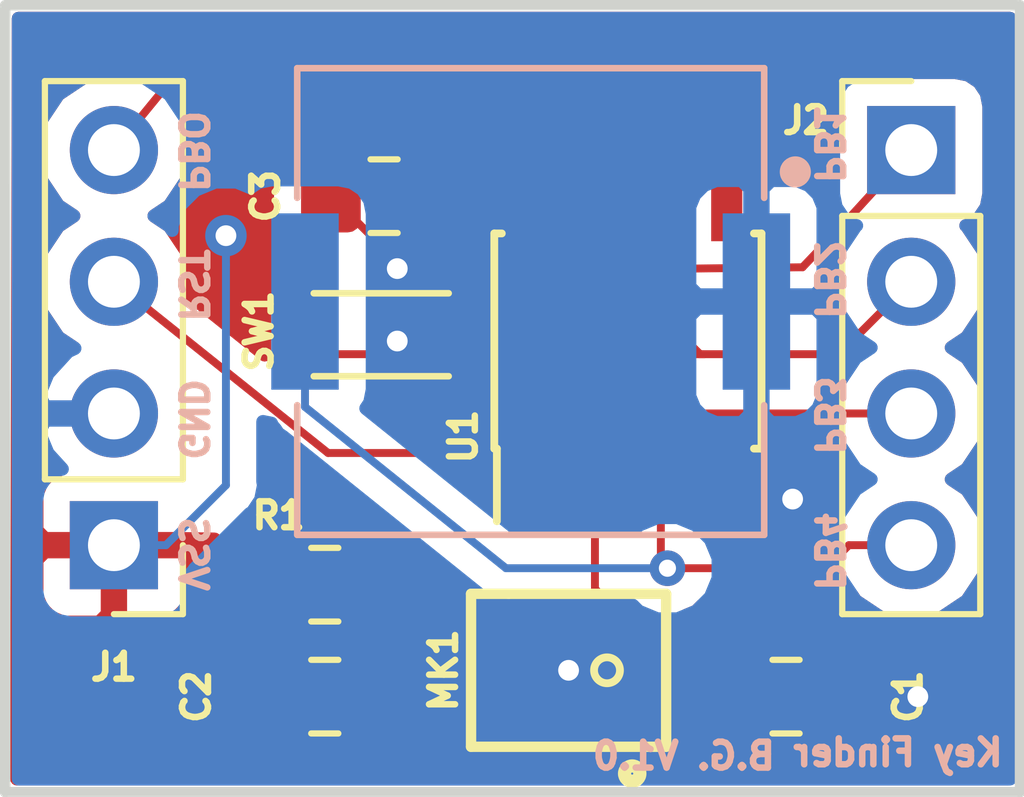
<source format=kicad_pcb>
(kicad_pcb (version 20171130) (host pcbnew "(5.0.1)-4")

  (general
    (thickness 1.6)
    (drawings 8)
    (tracks 65)
    (zones 0)
    (modules 10)
    (nets 11)
  )

  (page A4)
  (layers
    (0 F.Cu signal)
    (31 B.Cu signal)
    (34 B.Paste user)
    (35 F.Paste user)
    (36 B.SilkS user)
    (37 F.SilkS user)
    (38 B.Mask user)
    (39 F.Mask user)
    (40 Dwgs.User user)
    (41 Cmts.User user)
    (42 Eco1.User user)
    (43 Eco2.User user hide)
    (44 Edge.Cuts user)
    (45 Margin user hide)
    (46 B.CrtYd user)
    (47 F.CrtYd user)
    (48 B.Fab user)
    (49 F.Fab user)
  )

  (setup
    (last_trace_width 0.1524)
    (trace_clearance 0.1524)
    (zone_clearance 0.508)
    (zone_45_only no)
    (trace_min 0.1524)
    (segment_width 0.2)
    (edge_width 0.2)
    (via_size 0.6858)
    (via_drill 0.3302)
    (via_min_size 0.6858)
    (via_min_drill 0.254)
    (uvia_size 0.6858)
    (uvia_drill 0.3302)
    (uvias_allowed no)
    (uvia_min_size 0.2)
    (uvia_min_drill 0.1)
    (pcb_text_width 0.3)
    (pcb_text_size 1.5 1.5)
    (mod_edge_width 0.15)
    (mod_text_size 1 1)
    (mod_text_width 0.15)
    (pad_size 1.5 1.5)
    (pad_drill 0.6)
    (pad_to_mask_clearance 0.0508)
    (solder_mask_min_width 0.25)
    (aux_axis_origin 0 0)
    (visible_elements 7FFDFFFF)
    (pcbplotparams
      (layerselection 0x010fc_ffffffff)
      (usegerberextensions false)
      (usegerberattributes false)
      (usegerberadvancedattributes false)
      (creategerberjobfile false)
      (excludeedgelayer true)
      (linewidth 0.100000)
      (plotframeref false)
      (viasonmask false)
      (mode 1)
      (useauxorigin false)
      (hpglpennumber 1)
      (hpglpenspeed 20)
      (hpglpendiameter 15.000000)
      (psnegative false)
      (psa4output false)
      (plotreference true)
      (plotvalue true)
      (plotinvisibletext false)
      (padsonsilk false)
      (subtractmaskfromsilk false)
      (outputformat 1)
      (mirror false)
      (drillshape 1)
      (scaleselection 1)
      (outputdirectory ""))
  )

  (net 0 "")
  (net 1 +2V8)
  (net 2 GND)
  (net 3 "Net-(C2-Pad1)")
  (net 4 PB4)
  (net 5 "Net-(MK1-Pad3)")
  (net 6 PB3)
  (net 7 PB2)
  (net 8 Reset)
  (net 9 PB0)
  (net 10 PB1)

  (net_class Default "This is the default net class."
    (clearance 0.1524)
    (trace_width 0.1524)
    (via_dia 0.6858)
    (via_drill 0.3302)
    (uvia_dia 0.6858)
    (uvia_drill 0.3302)
    (add_net +2V8)
    (add_net GND)
    (add_net "Net-(C2-Pad1)")
    (add_net "Net-(MK1-Pad3)")
    (add_net PB0)
    (add_net PB1)
    (add_net PB2)
    (add_net PB3)
    (add_net PB4)
    (add_net Reset)
  )

  (module Buzzer_Beeper:XDCR_PKMCS0909E4000-R1 (layer B.Cu) (tedit 5C26A65E) (tstamp 5C21BC0E)
    (at 108.49 55.626 180)
    (path /5C19A03D)
    (attr smd)
    (fp_text reference LS1 (at -5.1115 0 90) (layer B.SilkS) hide
      (effects (font (size 1.00146 1.00146) (thickness 0.05)) (justify mirror))
    )
    (fp_text value PKMCS0909E4000-R1 (at -1.30944 -5.5338 180) (layer B.SilkS) hide
      (effects (font (size 1.00341 1.00341) (thickness 0.05)) (justify mirror))
    )
    (fp_line (start 5.2 4.8) (end -5.2 4.8) (layer B.CrtYd) (width 0.05))
    (fp_line (start 5.2 -4.8) (end 5.2 4.8) (layer B.CrtYd) (width 0.05))
    (fp_line (start -5.2 -4.8) (end 5.2 -4.8) (layer B.CrtYd) (width 0.05))
    (fp_line (start -5.2 4.8) (end -5.2 -4.8) (layer B.CrtYd) (width 0.05))
    (fp_line (start 4.5 4.5) (end -4.5 4.5) (layer Dwgs.User) (width 0.127))
    (fp_line (start 4.5 -4.5) (end 4.5 4.5) (layer Dwgs.User) (width 0.127))
    (fp_line (start -4.5 -4.5) (end 4.5 -4.5) (layer Dwgs.User) (width 0.127))
    (fp_line (start -4.5 4.5) (end -4.5 -4.5) (layer Dwgs.User) (width 0.127))
    (fp_circle (center -5.1 2.5) (end -4.95 2.5) (layer B.SilkS) (width 0.3))
    (fp_line (start -4.5 -4.5) (end -4.5 -2) (layer B.SilkS) (width 0.127))
    (fp_line (start 4.5 -4.5) (end -4.5 -4.5) (layer B.SilkS) (width 0.127))
    (fp_line (start 4.5 -2) (end 4.5 -4.5) (layer B.SilkS) (width 0.127))
    (fp_line (start 4.5 4.5) (end 4.5 2) (layer B.SilkS) (width 0.127))
    (fp_line (start -4.5 4.5) (end 4.5 4.5) (layer B.SilkS) (width 0.127))
    (fp_line (start -4.5 2) (end -4.5 4.5) (layer B.SilkS) (width 0.127))
    (pad 2 smd rect (at 4.35 0 180) (size 1.3 3.4) (layers B.Cu B.Paste B.Mask)
      (net 4 PB4))
    (pad 1 smd rect (at -4.35 0 180) (size 1.3 3.4) (layers B.Cu B.Paste B.Mask)
      (net 2 GND))
  )

  (module Sensor_Audio:SPU0414HR5H-SB (layer F.Cu) (tedit 5C26A46E) (tstamp 5C466030)
    (at 109.22 62.738 270)
    (descr SPU0414HR5H-SB)
    (tags Microphone)
    (path /5C1A9BE1)
    (attr smd)
    (fp_text reference MK1 (at 0 2.413 90) (layer F.SilkS)
      (effects (font (size 0.5 0.5) (thickness 0.125)))
    )
    (fp_text value SPU0414HR5H-SB (at 5.808 -3.314) (layer F.SilkS) hide
      (effects (font (size 1.27 1.27) (thickness 0.254)))
    )
    (fp_circle (center 0 -0.7406) (end 0.25 -0.7406) (layer F.SilkS) (width 0.15))
    (fp_circle (center 1.992 -1.226) (end 1.971 -1.226) (layer F.SilkS) (width 0.254))
    (fp_line (start 1.475 1.88) (end -1.475 1.88) (layer F.SilkS) (width 0.2))
    (fp_line (start 1.475 -1.88) (end 1.475 1.88) (layer F.SilkS) (width 0.2))
    (fp_line (start -1.475 -1.88) (end 1.475 -1.88) (layer F.SilkS) (width 0.2))
    (fp_line (start -1.475 1.88) (end -1.475 -1.88) (layer F.SilkS) (width 0.2))
    (fp_line (start -1.475 1.88) (end -1.475 -1.88) (layer F.CrtYd) (width 0.05))
    (fp_line (start 1.475 1.88) (end -1.475 1.88) (layer F.CrtYd) (width 0.05))
    (fp_line (start 1.475 -1.88) (end 1.475 1.88) (layer F.CrtYd) (width 0.05))
    (fp_line (start -1.475 -1.88) (end 1.475 -1.88) (layer F.CrtYd) (width 0.05))
    (pad 4 smd circle (at -0.85 -1.23) (size 0.8 0.8) (layers F.Cu F.Paste F.Mask)
      (net 6 PB3))
    (pad 3 smd circle (at -0.85 1.23) (size 0.8 0.8) (layers F.Cu F.Paste F.Mask)
      (net 5 "Net-(MK1-Pad3)"))
    (pad 2 smd circle (at 0.85 1.23) (size 0.8 0.8) (layers F.Cu F.Paste F.Mask)
      (net 2 GND))
    (pad 1 smd circle (at 0.85 -1.23) (size 0.8 0.8) (layers F.Cu F.Paste F.Mask)
      (net 1 +2V8))
  )

  (module Connector_PinHeader_2.54mm:PinHeader_1x04_P2.54mm_Vertical (layer F.Cu) (tedit 5C26A570) (tstamp 5C21BB0B)
    (at 100.457 60.325 180)
    (descr "Through hole straight pin header, 1x04, 2.54mm pitch, single row")
    (tags "Through hole pin header THT 1x04 2.54mm single row")
    (path /5C222480)
    (fp_text reference J1 (at 0 -2.3495) (layer F.SilkS)
      (effects (font (size 0.5 0.5) (thickness 0.125)))
    )
    (fp_text value Conn_01x04 (at 2.39558 5.3812 180) (layer F.Fab) hide
      (effects (font (size 1 1) (thickness 0.15)))
    )
    (fp_text user %R (at 0 3.81 270) (layer F.Fab)
      (effects (font (size 1 1) (thickness 0.15)))
    )
    (fp_line (start 1.8 -1.8) (end -1.8 -1.8) (layer F.CrtYd) (width 0.05))
    (fp_line (start 1.8 9.4) (end 1.8 -1.8) (layer F.CrtYd) (width 0.05))
    (fp_line (start -1.8 9.4) (end 1.8 9.4) (layer F.CrtYd) (width 0.05))
    (fp_line (start -1.8 -1.8) (end -1.8 9.4) (layer F.CrtYd) (width 0.05))
    (fp_line (start -1.33 -1.33) (end 0 -1.33) (layer F.SilkS) (width 0.12))
    (fp_line (start -1.33 0) (end -1.33 -1.33) (layer F.SilkS) (width 0.12))
    (fp_line (start -1.33 1.27) (end 1.33 1.27) (layer F.SilkS) (width 0.12))
    (fp_line (start 1.33 1.27) (end 1.33 8.95) (layer F.SilkS) (width 0.12))
    (fp_line (start -1.33 1.27) (end -1.33 8.95) (layer F.SilkS) (width 0.12))
    (fp_line (start -1.33 8.95) (end 1.33 8.95) (layer F.SilkS) (width 0.12))
    (fp_line (start -1.27 -0.635) (end -0.635 -1.27) (layer F.Fab) (width 0.1))
    (fp_line (start -1.27 8.89) (end -1.27 -0.635) (layer F.Fab) (width 0.1))
    (fp_line (start 1.27 8.89) (end -1.27 8.89) (layer F.Fab) (width 0.1))
    (fp_line (start 1.27 -1.27) (end 1.27 8.89) (layer F.Fab) (width 0.1))
    (fp_line (start -0.635 -1.27) (end 1.27 -1.27) (layer F.Fab) (width 0.1))
    (pad 4 thru_hole oval (at 0 7.62 180) (size 1.7 1.7) (drill 1) (layers *.Cu *.Mask)
      (net 9 PB0))
    (pad 3 thru_hole oval (at 0 5.08 180) (size 1.7 1.7) (drill 1) (layers *.Cu *.Mask)
      (net 8 Reset))
    (pad 2 thru_hole oval (at 0 2.54 180) (size 1.7 1.7) (drill 1) (layers *.Cu *.Mask)
      (net 2 GND))
    (pad 1 thru_hole rect (at 0 0 180) (size 1.7 1.7) (drill 1) (layers *.Cu *.Mask)
      (net 1 +2V8))
    (model ${KISYS3DMOD}/Connector_PinHeader_2.54mm.3dshapes/PinHeader_1x04_P2.54mm_Vertical.wrl
      (at (xyz 0 0 0))
      (scale (xyz 1 1 1))
      (rotate (xyz 0 0 0))
    )
  )

  (module Package_SO:SOIC-8_3.9x4.9mm_P1.27mm (layer F.Cu) (tedit 5C26A512) (tstamp 5C21AB37)
    (at 110.363 56.388 90)
    (descr "8-Lead Plastic Small Outline (SN) - Narrow, 3.90 mm Body [SOIC] (see Microchip Packaging Specification 00000049BS.pdf)")
    (tags "SOIC 1.27")
    (path /5C20002F)
    (attr smd)
    (fp_text reference U1 (at -1.8415 -3.175 90) (layer F.SilkS)
      (effects (font (size 0.5 0.5) (thickness 0.125)))
    )
    (fp_text value ATtiny13A-SSU (at 0 3.5 90) (layer F.Fab) hide
      (effects (font (size 1 1) (thickness 0.15)))
    )
    (fp_line (start -2.075 -2.525) (end -3.475 -2.525) (layer F.SilkS) (width 0.15))
    (fp_line (start -2.075 2.575) (end 2.075 2.575) (layer F.SilkS) (width 0.15))
    (fp_line (start -2.075 -2.575) (end 2.075 -2.575) (layer F.SilkS) (width 0.15))
    (fp_line (start -2.075 2.575) (end -2.075 2.43) (layer F.SilkS) (width 0.15))
    (fp_line (start 2.075 2.575) (end 2.075 2.43) (layer F.SilkS) (width 0.15))
    (fp_line (start 2.075 -2.575) (end 2.075 -2.43) (layer F.SilkS) (width 0.15))
    (fp_line (start -2.075 -2.575) (end -2.075 -2.525) (layer F.SilkS) (width 0.15))
    (fp_line (start -3.73 2.7) (end 3.73 2.7) (layer F.CrtYd) (width 0.05))
    (fp_line (start -3.73 -2.7) (end 3.73 -2.7) (layer F.CrtYd) (width 0.05))
    (fp_line (start 3.73 -2.7) (end 3.73 2.7) (layer F.CrtYd) (width 0.05))
    (fp_line (start -3.73 -2.7) (end -3.73 2.7) (layer F.CrtYd) (width 0.05))
    (fp_line (start -1.95 -1.45) (end -0.95 -2.45) (layer F.Fab) (width 0.1))
    (fp_line (start -1.95 2.45) (end -1.95 -1.45) (layer F.Fab) (width 0.1))
    (fp_line (start 1.95 2.45) (end -1.95 2.45) (layer F.Fab) (width 0.1))
    (fp_line (start 1.95 -2.45) (end 1.95 2.45) (layer F.Fab) (width 0.1))
    (fp_line (start -0.95 -2.45) (end 1.95 -2.45) (layer F.Fab) (width 0.1))
    (fp_text user %R (at 0 0 90) (layer F.Fab)
      (effects (font (size 1 1) (thickness 0.15)))
    )
    (pad 8 smd rect (at 2.7 -1.905 90) (size 1.55 0.6) (layers F.Cu F.Paste F.Mask)
      (net 1 +2V8))
    (pad 7 smd rect (at 2.7 -0.635 90) (size 1.55 0.6) (layers F.Cu F.Paste F.Mask)
      (net 7 PB2))
    (pad 6 smd rect (at 2.7 0.635 90) (size 1.55 0.6) (layers F.Cu F.Paste F.Mask)
      (net 10 PB1))
    (pad 5 smd rect (at 2.7 1.905 90) (size 1.55 0.6) (layers F.Cu F.Paste F.Mask)
      (net 9 PB0))
    (pad 4 smd rect (at -2.7 1.905 90) (size 1.55 0.6) (layers F.Cu F.Paste F.Mask)
      (net 2 GND))
    (pad 3 smd rect (at -2.7 0.635 90) (size 1.55 0.6) (layers F.Cu F.Paste F.Mask)
      (net 4 PB4))
    (pad 2 smd rect (at -2.7 -0.635 90) (size 1.55 0.6) (layers F.Cu F.Paste F.Mask)
      (net 6 PB3))
    (pad 1 smd rect (at -2.7 -1.905 90) (size 1.55 0.6) (layers F.Cu F.Paste F.Mask)
      (net 8 Reset))
    (model ${KISYS3DMOD}/Package_SO.3dshapes/SOIC-8_3.9x4.9mm_P1.27mm.wrl
      (at (xyz 0 0 0))
      (scale (xyz 1 1 1))
      (rotate (xyz 0 0 0))
    )
  )

  (module Connector_PinHeader_2.54mm:PinHeader_1x04_P2.54mm_Vertical (layer F.Cu) (tedit 5C26A4FD) (tstamp 5C21B028)
    (at 115.824 52.705)
    (descr "Through hole straight pin header, 1x04, 2.54mm pitch, single row")
    (tags "Through hole pin header THT 1x04 2.54mm single row")
    (path /5C222D9C)
    (fp_text reference J2 (at -2.032 -0.5715) (layer F.SilkS)
      (effects (font (size 0.5 0.5) (thickness 0.125)))
    )
    (fp_text value Conn_01x04 (at -2.5 8.25) (layer F.Fab) hide
      (effects (font (size 1 1) (thickness 0.15)))
    )
    (fp_text user %R (at 0 3.81 180) (layer F.Fab)
      (effects (font (size 1 1) (thickness 0.15)))
    )
    (fp_line (start 1.8 -1.8) (end -1.8 -1.8) (layer F.CrtYd) (width 0.05))
    (fp_line (start 1.8 9.4) (end 1.8 -1.8) (layer F.CrtYd) (width 0.05))
    (fp_line (start -1.8 9.4) (end 1.8 9.4) (layer F.CrtYd) (width 0.05))
    (fp_line (start -1.8 -1.8) (end -1.8 9.4) (layer F.CrtYd) (width 0.05))
    (fp_line (start -1.33 -1.33) (end 0 -1.33) (layer F.SilkS) (width 0.12))
    (fp_line (start -1.33 0) (end -1.33 -1.33) (layer F.SilkS) (width 0.12))
    (fp_line (start -1.33 1.27) (end 1.33 1.27) (layer F.SilkS) (width 0.12))
    (fp_line (start 1.33 1.27) (end 1.33 8.95) (layer F.SilkS) (width 0.12))
    (fp_line (start -1.33 1.27) (end -1.33 8.95) (layer F.SilkS) (width 0.12))
    (fp_line (start -1.33 8.95) (end 1.33 8.95) (layer F.SilkS) (width 0.12))
    (fp_line (start -1.27 -0.635) (end -0.635 -1.27) (layer F.Fab) (width 0.1))
    (fp_line (start -1.27 8.89) (end -1.27 -0.635) (layer F.Fab) (width 0.1))
    (fp_line (start 1.27 8.89) (end -1.27 8.89) (layer F.Fab) (width 0.1))
    (fp_line (start 1.27 -1.27) (end 1.27 8.89) (layer F.Fab) (width 0.1))
    (fp_line (start -0.635 -1.27) (end 1.27 -1.27) (layer F.Fab) (width 0.1))
    (pad 4 thru_hole oval (at 0 7.62) (size 1.7 1.7) (drill 1) (layers *.Cu *.Mask)
      (net 4 PB4))
    (pad 3 thru_hole oval (at 0 5.08) (size 1.7 1.7) (drill 1) (layers *.Cu *.Mask)
      (net 6 PB3))
    (pad 2 thru_hole oval (at 0 2.54) (size 1.7 1.7) (drill 1) (layers *.Cu *.Mask)
      (net 7 PB2))
    (pad 1 thru_hole rect (at 0 0) (size 1.7 1.7) (drill 1) (layers *.Cu *.Mask)
      (net 10 PB1))
    (model ${KISYS3DMOD}/Connector_PinHeader_2.54mm.3dshapes/PinHeader_1x04_P2.54mm_Vertical.wrl
      (at (xyz 0 0 0))
      (scale (xyz 1 1 1))
      (rotate (xyz 0 0 0))
    )
  )

  (module Capacitor_SMD:C_0805_2012Metric_Pad1.15x1.40mm_HandSolder (layer F.Cu) (tedit 5C26A585) (tstamp 5C22BF75)
    (at 113.411 63.246)
    (descr "Capacitor SMD 0805 (2012 Metric), square (rectangular) end terminal, IPC_7351 nominal with elongated pad for handsoldering. (Body size source: https://docs.google.com/spreadsheets/d/1BsfQQcO9C6DZCsRaXUlFlo91Tg2WpOkGARC1WS5S8t0/edit?usp=sharing), generated with kicad-footprint-generator")
    (tags "capacitor handsolder")
    (path /5C185EFF)
    (attr smd)
    (fp_text reference C1 (at 2.3495 0 90) (layer F.SilkS)
      (effects (font (size 0.5 0.5) (thickness 0.125)))
    )
    (fp_text value 10uF (at 0 1.65) (layer F.Fab) hide
      (effects (font (size 1 1) (thickness 0.15)))
    )
    (fp_text user %R (at 0 0) (layer F.Fab)
      (effects (font (size 0.5 0.5) (thickness 0.08)))
    )
    (fp_line (start 1.85 0.95) (end -1.85 0.95) (layer F.CrtYd) (width 0.05))
    (fp_line (start 1.85 -0.95) (end 1.85 0.95) (layer F.CrtYd) (width 0.05))
    (fp_line (start -1.85 -0.95) (end 1.85 -0.95) (layer F.CrtYd) (width 0.05))
    (fp_line (start -1.85 0.95) (end -1.85 -0.95) (layer F.CrtYd) (width 0.05))
    (fp_line (start -0.261252 0.71) (end 0.261252 0.71) (layer F.SilkS) (width 0.12))
    (fp_line (start -0.261252 -0.71) (end 0.261252 -0.71) (layer F.SilkS) (width 0.12))
    (fp_line (start 1 0.6) (end -1 0.6) (layer F.Fab) (width 0.1))
    (fp_line (start 1 -0.6) (end 1 0.6) (layer F.Fab) (width 0.1))
    (fp_line (start -1 -0.6) (end 1 -0.6) (layer F.Fab) (width 0.1))
    (fp_line (start -1 0.6) (end -1 -0.6) (layer F.Fab) (width 0.1))
    (pad 2 smd roundrect (at 1.025 0) (size 1.15 1.4) (layers F.Cu F.Paste F.Mask) (roundrect_rratio 0.217391)
      (net 2 GND))
    (pad 1 smd roundrect (at -1.025 0) (size 1.15 1.4) (layers F.Cu F.Paste F.Mask) (roundrect_rratio 0.217391)
      (net 1 +2V8))
    (model ${KISYS3DMOD}/Capacitor_SMD.3dshapes/C_0805_2012Metric.wrl
      (at (xyz 0 0 0))
      (scale (xyz 1 1 1))
      (rotate (xyz 0 0 0))
    )
  )

  (module Capacitor_SMD:C_0805_2012Metric_Pad1.15x1.40mm_HandSolder (layer F.Cu) (tedit 5C26A55D) (tstamp 5C46589F)
    (at 104.521 63.246)
    (descr "Capacitor SMD 0805 (2012 Metric), square (rectangular) end terminal, IPC_7351 nominal with elongated pad for handsoldering. (Body size source: https://docs.google.com/spreadsheets/d/1BsfQQcO9C6DZCsRaXUlFlo91Tg2WpOkGARC1WS5S8t0/edit?usp=sharing), generated with kicad-footprint-generator")
    (tags "capacitor handsolder")
    (path /5C1B8053)
    (attr smd)
    (fp_text reference C2 (at -2.4765 0 90) (layer F.SilkS)
      (effects (font (size 0.5 0.5) (thickness 0.125)))
    )
    (fp_text value .16uf (at -0.762 -1.524 180) (layer F.Fab) hide
      (effects (font (size 1 1) (thickness 0.15)))
    )
    (fp_text user %R (at 0 0) (layer F.Fab)
      (effects (font (size 0.5 0.5) (thickness 0.08)))
    )
    (fp_line (start 1.85 0.95) (end -1.85 0.95) (layer F.CrtYd) (width 0.05))
    (fp_line (start 1.85 -0.95) (end 1.85 0.95) (layer F.CrtYd) (width 0.05))
    (fp_line (start -1.85 -0.95) (end 1.85 -0.95) (layer F.CrtYd) (width 0.05))
    (fp_line (start -1.85 0.95) (end -1.85 -0.95) (layer F.CrtYd) (width 0.05))
    (fp_line (start -0.261252 0.71) (end 0.261252 0.71) (layer F.SilkS) (width 0.12))
    (fp_line (start -0.261252 -0.71) (end 0.261252 -0.71) (layer F.SilkS) (width 0.12))
    (fp_line (start 1 0.6) (end -1 0.6) (layer F.Fab) (width 0.1))
    (fp_line (start 1 -0.6) (end 1 0.6) (layer F.Fab) (width 0.1))
    (fp_line (start -1 -0.6) (end 1 -0.6) (layer F.Fab) (width 0.1))
    (fp_line (start -1 0.6) (end -1 -0.6) (layer F.Fab) (width 0.1))
    (pad 2 smd roundrect (at 1.025 0) (size 1.15 1.4) (layers F.Cu F.Paste F.Mask) (roundrect_rratio 0.217391)
      (net 2 GND))
    (pad 1 smd roundrect (at -1.025 0) (size 1.15 1.4) (layers F.Cu F.Paste F.Mask) (roundrect_rratio 0.217391)
      (net 3 "Net-(C2-Pad1)"))
    (model ${KISYS3DMOD}/Capacitor_SMD.3dshapes/C_0805_2012Metric.wrl
      (at (xyz 0 0 0))
      (scale (xyz 1 1 1))
      (rotate (xyz 0 0 0))
    )
  )

  (module Capacitor_SMD:C_0805_2012Metric_Pad1.15x1.40mm_HandSolder (layer F.Cu) (tedit 5C26A520) (tstamp 5C21A20A)
    (at 105.664 53.594 180)
    (descr "Capacitor SMD 0805 (2012 Metric), square (rectangular) end terminal, IPC_7351 nominal with elongated pad for handsoldering. (Body size source: https://docs.google.com/spreadsheets/d/1BsfQQcO9C6DZCsRaXUlFlo91Tg2WpOkGARC1WS5S8t0/edit?usp=sharing), generated with kicad-footprint-generator")
    (tags "capacitor handsolder")
    (path /5C1AFC41)
    (attr smd)
    (fp_text reference C3 (at 2.286 0 270) (layer F.SilkS)
      (effects (font (size 0.5 0.5) (thickness 0.125)))
    )
    (fp_text value 10uF (at 0.04162 0.2525 180) (layer F.Fab) hide
      (effects (font (size 1 1) (thickness 0.15)))
    )
    (fp_text user %R (at 0 0 180) (layer F.Fab)
      (effects (font (size 0.5 0.5) (thickness 0.08)))
    )
    (fp_line (start 1.85 0.95) (end -1.85 0.95) (layer F.CrtYd) (width 0.05))
    (fp_line (start 1.85 -0.95) (end 1.85 0.95) (layer F.CrtYd) (width 0.05))
    (fp_line (start -1.85 -0.95) (end 1.85 -0.95) (layer F.CrtYd) (width 0.05))
    (fp_line (start -1.85 0.95) (end -1.85 -0.95) (layer F.CrtYd) (width 0.05))
    (fp_line (start -0.261252 0.71) (end 0.261252 0.71) (layer F.SilkS) (width 0.12))
    (fp_line (start -0.261252 -0.71) (end 0.261252 -0.71) (layer F.SilkS) (width 0.12))
    (fp_line (start 1 0.6) (end -1 0.6) (layer F.Fab) (width 0.1))
    (fp_line (start 1 -0.6) (end 1 0.6) (layer F.Fab) (width 0.1))
    (fp_line (start -1 -0.6) (end 1 -0.6) (layer F.Fab) (width 0.1))
    (fp_line (start -1 0.6) (end -1 -0.6) (layer F.Fab) (width 0.1))
    (pad 2 smd roundrect (at 1.025 0 180) (size 1.15 1.4) (layers F.Cu F.Paste F.Mask) (roundrect_rratio 0.217391)
      (net 2 GND))
    (pad 1 smd roundrect (at -1.025 0 180) (size 1.15 1.4) (layers F.Cu F.Paste F.Mask) (roundrect_rratio 0.217391)
      (net 1 +2V8))
    (model ${KISYS3DMOD}/Capacitor_SMD.3dshapes/C_0805_2012Metric.wrl
      (at (xyz 0 0 0))
      (scale (xyz 1 1 1))
      (rotate (xyz 0 0 0))
    )
  )

  (module Resistor_SMD:R_0805_2012Metric_Pad1.15x1.40mm_HandSolder (layer F.Cu) (tedit 5C26A549) (tstamp 5C217DED)
    (at 104.521 61.087 180)
    (descr "Resistor SMD 0805 (2012 Metric), square (rectangular) end terminal, IPC_7351 nominal with elongated pad for handsoldering. (Body size source: https://docs.google.com/spreadsheets/d/1BsfQQcO9C6DZCsRaXUlFlo91Tg2WpOkGARC1WS5S8t0/edit?usp=sharing), generated with kicad-footprint-generator")
    (tags "resistor handsolder")
    (path /5C1B83A3)
    (attr smd)
    (fp_text reference R1 (at 0.889 1.3335) (layer F.SilkS)
      (effects (font (size 0.5 0.5) (thickness 0.125)))
    )
    (fp_text value 10 (at 0 1.65 180) (layer F.Fab) hide
      (effects (font (size 1 1) (thickness 0.15)))
    )
    (fp_text user %R (at 0 0 180) (layer F.Fab)
      (effects (font (size 0.5 0.5) (thickness 0.08)))
    )
    (fp_line (start 1.85 0.95) (end -1.85 0.95) (layer F.CrtYd) (width 0.05))
    (fp_line (start 1.85 -0.95) (end 1.85 0.95) (layer F.CrtYd) (width 0.05))
    (fp_line (start -1.85 -0.95) (end 1.85 -0.95) (layer F.CrtYd) (width 0.05))
    (fp_line (start -1.85 0.95) (end -1.85 -0.95) (layer F.CrtYd) (width 0.05))
    (fp_line (start -0.261252 0.71) (end 0.261252 0.71) (layer F.SilkS) (width 0.12))
    (fp_line (start -0.261252 -0.71) (end 0.261252 -0.71) (layer F.SilkS) (width 0.12))
    (fp_line (start 1 0.6) (end -1 0.6) (layer F.Fab) (width 0.1))
    (fp_line (start 1 -0.6) (end 1 0.6) (layer F.Fab) (width 0.1))
    (fp_line (start -1 -0.6) (end 1 -0.6) (layer F.Fab) (width 0.1))
    (fp_line (start -1 0.6) (end -1 -0.6) (layer F.Fab) (width 0.1))
    (pad 2 smd roundrect (at 1.025 0 180) (size 1.15 1.4) (layers F.Cu F.Paste F.Mask) (roundrect_rratio 0.217391)
      (net 3 "Net-(C2-Pad1)"))
    (pad 1 smd roundrect (at -1.025 0 180) (size 1.15 1.4) (layers F.Cu F.Paste F.Mask) (roundrect_rratio 0.217391)
      (net 5 "Net-(MK1-Pad3)"))
    (model ${KISYS3DMOD}/Resistor_SMD.3dshapes/R_0805_2012Metric.wrl
      (at (xyz 0 0 0))
      (scale (xyz 1 1 1))
      (rotate (xyz 0 0 0))
    )
  )

  (module Button_Switch_SMD:SW_EVP-BB2A9B000 (layer F.Cu) (tedit 5C26A672) (tstamp 5C22B66F)
    (at 105.609 56.267 180)
    (path /5C2223F4)
    (attr smd)
    (fp_text reference SW1 (at 2.358 0.0695 270) (layer F.SilkS)
      (effects (font (size 0.5 0.5) (thickness 0.125)))
    )
    (fp_text value EVP-BB2A9B000 (at 0.106 2.392 180) (layer F.SilkS) hide
      (effects (font (size 1.00183 1.00183) (thickness 0.05)))
    )
    (fp_line (start -1.85 1.05) (end -1.85 -1.05) (layer F.CrtYd) (width 0.05))
    (fp_line (start 1.85 1.05) (end -1.85 1.05) (layer F.CrtYd) (width 0.05))
    (fp_line (start 1.85 -1.05) (end 1.85 1.05) (layer F.CrtYd) (width 0.05))
    (fp_line (start -1.85 -1.05) (end 1.85 -1.05) (layer F.CrtYd) (width 0.05))
    (fp_line (start -1.3 -0.8) (end 1.3 -0.8) (layer F.SilkS) (width 0.127))
    (fp_line (start -1.3 0.8) (end 1.3 0.8) (layer F.SilkS) (width 0.127))
    (fp_line (start -1.3 0.8) (end -1.3 -0.8) (layer Dwgs.User) (width 0.127))
    (fp_line (start 1.3 0.8) (end -1.3 0.8) (layer Dwgs.User) (width 0.127))
    (fp_line (start 1.3 -0.8) (end 1.3 0.8) (layer Dwgs.User) (width 0.127))
    (fp_line (start -1.3 -0.8) (end 1.3 -0.8) (layer Dwgs.User) (width 0.127))
    (fp_poly (pts (xy 1.1 0.15) (xy 1.55 0.15) (xy 1.55 0.6) (xy 1.1 0.6)) (layer F.Paste) (width 0.0001))
    (fp_poly (pts (xy 1.1 -0.6) (xy 1.55 -0.6) (xy 1.55 -0.15) (xy 1.1 -0.15)) (layer F.Paste) (width 0.0001))
    (fp_poly (pts (xy -1.55 0.15) (xy -1.1 0.15) (xy -1.1 0.6) (xy -1.55 0.6)) (layer F.Paste) (width 0.0001))
    (fp_poly (pts (xy -1.55 -0.6) (xy -1.1 -0.6) (xy -1.1 -0.15) (xy -1.55 -0.15)) (layer F.Paste) (width 0.0001))
    (fp_poly (pts (xy -1.00236 -0.8) (xy 1 -0.8) (xy 1 0.801888) (xy -1.00236 0.801888)) (layer Dwgs.User) (width 0))
    (pad B' smd rect (at 1.325 0.375 180) (size 0.55 0.55) (layers F.Cu F.Paste F.Mask)
      (net 2 GND))
    (pad B smd rect (at 1.325 -0.375 180) (size 0.55 0.55) (layers F.Cu F.Paste F.Mask)
      (net 2 GND))
    (pad A' smd rect (at -1.325 0.375 180) (size 0.55 0.55) (layers F.Cu F.Paste F.Mask)
      (net 7 PB2))
    (pad A smd rect (at -1.325 -0.375 180) (size 0.55 0.55) (layers F.Cu F.Paste F.Mask)
      (net 7 PB2))
  )

  (gr_text "PB4   PB3   PB2   PB1" (at 114.2365 56.515 270) (layer B.SilkS) (tstamp 5C335689)
    (effects (font (size 0.5 0.5) (thickness 0.125)) (justify mirror))
  )
  (gr_text "VSS   GND   RST   PBO" (at 101.981 56.5785 270) (layer B.SilkS)
    (effects (font (size 0.5 0.5) (thickness 0.125)) (justify mirror))
  )
  (gr_text "Key Finder" (at 115.57 64.3255) (layer B.SilkS) (tstamp 5C33523F)
    (effects (font (size 0.5 0.5) (thickness 0.125)) (justify mirror))
  )
  (gr_text "B.G. V1.0" (at 111.4425 64.389) (layer B.SilkS)
    (effects (font (size 0.5 0.5) (thickness 0.125)) (justify mirror))
  )
  (gr_line (start 98.3615 65.0875) (end 98.3615 49.9745) (layer Edge.Cuts) (width 0.2))
  (gr_line (start 117.9195 65.0875) (end 98.3615 65.0875) (layer Edge.Cuts) (width 0.2))
  (gr_line (start 117.9195 49.911) (end 117.9195 65.0875) (layer Edge.Cuts) (width 0.2))
  (gr_line (start 98.3615 49.911) (end 117.856 49.911) (layer Edge.Cuts) (width 0.2))

  (via (at 102.616 54.356) (size 0.8) (drill 0.4) (layers F.Cu B.Cu) (net 1))
  (segment (start 102.489 54.483) (end 102.616 54.356) (width 0.25) (layer B.Cu) (net 1))
  (segment (start 102.616 54.921685) (end 102.616 54.356) (width 0.1524) (layer B.Cu) (net 1))
  (segment (start 102.616 59.1684) (end 102.616 54.921685) (width 0.1524) (layer B.Cu) (net 1))
  (segment (start 101.4594 60.325) (end 102.616 59.1684) (width 0.1524) (layer B.Cu) (net 1))
  (segment (start 100.457 60.325) (end 101.4594 60.325) (width 0.1524) (layer B.Cu) (net 1))
  (via (at 115.951 63.246) (size 0.8) (drill 0.4) (layers F.Cu B.Cu) (net 2))
  (segment (start 112.332 56.134) (end 112.84 55.626) (width 0.25) (layer B.Cu) (net 2) (status 30))
  (via (at 113.538 59.436) (size 0.8) (drill 0.4) (layers F.Cu B.Cu) (net 2))
  (via (at 109.22 62.738) (size 0.8) (drill 0.4) (layers F.Cu B.Cu) (net 2))
  (via (at 105.918 56.388) (size 0.8) (drill 0.4) (layers F.Cu B.Cu) (net 2))
  (segment (start 112.616 59.436) (end 112.268 59.088) (width 0.1524) (layer F.Cu) (net 2))
  (segment (start 113.538 59.436) (end 112.616 59.436) (width 0.1524) (layer F.Cu) (net 2))
  (segment (start 104.284 55.892) (end 104.284 56.642) (width 0.1524) (layer F.Cu) (net 2))
  (segment (start 105.664 56.642) (end 105.918 56.388) (width 0.1524) (layer F.Cu) (net 2))
  (segment (start 104.284 56.642) (end 105.664 56.642) (width 0.1524) (layer F.Cu) (net 2))
  (segment (start 115.951 63.246) (end 114.436 63.246) (width 0.1524) (layer F.Cu) (net 2))
  (segment (start 108.37 63.588) (end 107.99 63.588) (width 0.1524) (layer F.Cu) (net 2))
  (segment (start 109.22 62.738) (end 108.37 63.588) (width 0.1524) (layer F.Cu) (net 2))
  (segment (start 105.888 63.588) (end 105.546 63.246) (width 0.1524) (layer F.Cu) (net 2))
  (segment (start 107.99 63.588) (end 105.888 63.588) (width 0.1524) (layer F.Cu) (net 2))
  (via (at 105.918 54.991) (size 0.8) (drill 0.4) (layers F.Cu B.Cu) (net 2))
  (segment (start 104.775 53.721) (end 104.766 53.721) (width 0.1524) (layer F.Cu) (net 2))
  (segment (start 106.045 54.991) (end 104.775 53.721) (width 0.1524) (layer F.Cu) (net 2))
  (segment (start 106.045 54.991) (end 105.916364 54.864) (width 0.25) (layer F.Cu) (net 2))
  (segment (start 103.496 61.887) (end 103.496 63.246) (width 0.1524) (layer F.Cu) (net 3))
  (segment (start 103.496 61.087) (end 103.496 61.887) (width 0.1524) (layer F.Cu) (net 3))
  (segment (start 111.125 59.215) (end 110.998 59.088) (width 0.25) (layer F.Cu) (net 4) (status 30))
  (segment (start 114.621919 60.325) (end 114.177419 60.7695) (width 0.1524) (layer F.Cu) (net 4))
  (segment (start 115.824 60.325) (end 114.621919 60.325) (width 0.1524) (layer F.Cu) (net 4))
  (via (at 111.125 60.7695) (size 0.6858) (drill 0.3302) (layers F.Cu B.Cu) (net 4))
  (segment (start 114.177419 60.7695) (end 111.125 60.7695) (width 0.1524) (layer F.Cu) (net 4))
  (segment (start 104.14 56.676) (end 104.14 55.626) (width 0.1524) (layer B.Cu) (net 4))
  (segment (start 104.14 57.658) (end 104.14 56.676) (width 0.1524) (layer B.Cu) (net 4))
  (segment (start 111.125 60.7695) (end 108.0135 60.7695) (width 0.1524) (layer B.Cu) (net 4))
  (segment (start 108.0135 60.7695) (end 104.14 57.658) (width 0.1524) (layer B.Cu) (net 4))
  (segment (start 110.998 60.6425) (end 111.125 60.7695) (width 0.1524) (layer F.Cu) (net 4))
  (segment (start 110.998 59.088) (end 110.998 60.6425) (width 0.1524) (layer F.Cu) (net 4))
  (segment (start 106.347 61.888) (end 105.546 61.087) (width 0.1524) (layer F.Cu) (net 5))
  (segment (start 107.99 61.888) (end 106.347 61.888) (width 0.1524) (layer F.Cu) (net 5))
  (segment (start 109.728 58.613) (end 109.728 59.088) (width 0.1524) (layer F.Cu) (net 6))
  (segment (start 110.556 57.785) (end 109.728 58.613) (width 0.1524) (layer F.Cu) (net 6))
  (segment (start 115.824 57.785) (end 110.556 57.785) (width 0.1524) (layer F.Cu) (net 6))
  (segment (start 109.728 61.166) (end 109.728 59.088) (width 0.1524) (layer F.Cu) (net 6))
  (segment (start 110.45 61.888) (end 109.728 61.166) (width 0.1524) (layer F.Cu) (net 6))
  (segment (start 109.728 54.163) (end 109.728 53.688) (width 0.25) (layer F.Cu) (net 7) (status 30))
  (segment (start 106.934 55.892) (end 106.934 56.642) (width 0.25) (layer F.Cu) (net 7))
  (segment (start 115.824 55.245) (end 114.427 56.642) (width 0.1524) (layer F.Cu) (net 7))
  (segment (start 111.7546 56.642) (end 111.8235 56.642) (width 0.1524) (layer F.Cu) (net 7))
  (segment (start 109.728 54.6154) (end 111.7546 56.642) (width 0.1524) (layer F.Cu) (net 7))
  (segment (start 109.728 53.688) (end 109.728 54.6154) (width 0.1524) (layer F.Cu) (net 7))
  (segment (start 114.427 56.642) (end 111.8235 56.642) (width 0.1524) (layer F.Cu) (net 7))
  (segment (start 111.8235 56.642) (end 106.934 56.642) (width 0.1524) (layer F.Cu) (net 7))
  (segment (start 104.5845 58.547) (end 100.457 55.245) (width 0.1524) (layer F.Cu) (net 8))
  (segment (start 108.458 59.088) (end 107.917 58.547) (width 0.1524) (layer F.Cu) (net 8))
  (segment (start 107.917 58.547) (end 104.5845 58.547) (width 0.1524) (layer F.Cu) (net 8))
  (segment (start 112.268 52.7606) (end 111.1885 51.3715) (width 0.1524) (layer F.Cu) (net 9))
  (segment (start 112.268 53.688) (end 112.268 52.7606) (width 0.1524) (layer F.Cu) (net 9))
  (segment (start 111.1885 51.3715) (end 101.548045 51.3715) (width 0.1524) (layer F.Cu) (net 9))
  (segment (start 101.548045 51.3715) (end 100.457 52.705) (width 0.1524) (layer F.Cu) (net 9))
  (segment (start 110.998 54.163) (end 110.998 53.688) (width 0.1524) (layer F.Cu) (net 10))
  (segment (start 111.5695 54.991) (end 110.998 54.163) (width 0.1524) (layer F.Cu) (net 10))
  (segment (start 113.7285 54.965503) (end 111.5695 54.991) (width 0.1524) (layer F.Cu) (net 10))
  (segment (start 115.824 52.705) (end 114.4905 54.1655) (width 0.1524) (layer F.Cu) (net 10))
  (segment (start 114.4905 54.1655) (end 113.7285 54.965503) (width 0.1524) (layer F.Cu) (net 10))

  (zone (net 1) (net_name +2V8) (layer F.Cu) (tstamp 5C330CE6) (hatch edge 0.508)
    (connect_pads (clearance 0.508))
    (min_thickness 0.254)
    (fill yes (arc_segments 16) (thermal_gap 0.508) (thermal_bridge_width 0.508))
    (polygon
      (pts
        (xy 98.4885 50.038) (xy 98.45675 64.9605) (xy 117.82425 64.9605) (xy 117.856 50.038)
      )
    )
    (filled_polygon
      (pts
        (xy 117.69752 64.8335) (xy 98.584021 64.8335) (xy 98.593005 60.61075) (xy 98.972 60.61075) (xy 98.972 61.30131)
        (xy 99.068673 61.534699) (xy 99.247302 61.713327) (xy 99.480691 61.81) (xy 100.17125 61.81) (xy 100.33 61.65125)
        (xy 100.33 60.452) (xy 100.584 60.452) (xy 100.584 61.65125) (xy 100.74275 61.81) (xy 101.433309 61.81)
        (xy 101.666698 61.713327) (xy 101.845327 61.534699) (xy 101.942 61.30131) (xy 101.942 60.61075) (xy 101.78325 60.452)
        (xy 100.584 60.452) (xy 100.33 60.452) (xy 99.13075 60.452) (xy 98.972 60.61075) (xy 98.593005 60.61075)
        (xy 98.609825 52.705) (xy 98.942908 52.705) (xy 99.058161 53.284418) (xy 99.386375 53.775625) (xy 99.684761 53.975)
        (xy 99.386375 54.174375) (xy 99.058161 54.665582) (xy 98.942908 55.245) (xy 99.058161 55.824418) (xy 99.386375 56.315625)
        (xy 99.684761 56.515) (xy 99.386375 56.714375) (xy 99.058161 57.205582) (xy 98.942908 57.785) (xy 99.058161 58.364418)
        (xy 99.386375 58.855625) (xy 99.408033 58.870096) (xy 99.247302 58.936673) (xy 99.068673 59.115301) (xy 98.972 59.34869)
        (xy 98.972 60.03925) (xy 99.13075 60.198) (xy 100.33 60.198) (xy 100.33 60.178) (xy 100.584 60.178)
        (xy 100.584 60.198) (xy 101.662636 60.198) (xy 102.398987 60.208087) (xy 102.341873 60.293564) (xy 102.27356 60.636999)
        (xy 102.27356 61.537001) (xy 102.341873 61.880436) (xy 102.533016 62.1665) (xy 102.341873 62.452564) (xy 102.27356 62.795999)
        (xy 102.27356 63.696001) (xy 102.341873 64.039436) (xy 102.536414 64.330586) (xy 102.827564 64.525127) (xy 103.170999 64.59344)
        (xy 103.821001 64.59344) (xy 104.164436 64.525127) (xy 104.455586 64.330586) (xy 104.521 64.232687) (xy 104.586414 64.330586)
        (xy 104.877564 64.525127) (xy 105.220999 64.59344) (xy 105.871001 64.59344) (xy 106.214436 64.525127) (xy 106.505586 64.330586)
        (xy 106.526558 64.2992) (xy 107.237489 64.2992) (xy 107.40372 64.465431) (xy 107.784126 64.623) (xy 108.195874 64.623)
        (xy 108.57628 64.465431) (xy 108.736361 64.30535) (xy 109.912255 64.30535) (xy 109.936977 64.51018) (xy 110.328931 64.636309)
        (xy 110.739318 64.602842) (xy 110.963023 64.51018) (xy 110.987745 64.30535) (xy 110.45 63.767605) (xy 109.912255 64.30535)
        (xy 108.736361 64.30535) (xy 108.867431 64.17428) (xy 108.922531 64.041257) (xy 109.190788 63.773) (xy 109.425874 63.773)
        (xy 109.426625 63.772689) (xy 109.435158 63.877318) (xy 109.52782 64.101023) (xy 109.73265 64.125745) (xy 110.270395 63.588)
        (xy 110.256253 63.573858) (xy 110.435858 63.394253) (xy 110.45 63.408395) (xy 110.464143 63.394253) (xy 110.643748 63.573858)
        (xy 110.629605 63.588) (xy 111.16735 64.125745) (xy 111.196668 64.122206) (xy 111.272673 64.305699) (xy 111.451302 64.484327)
        (xy 111.684691 64.581) (xy 112.10025 64.581) (xy 112.259 64.42225) (xy 112.259 63.373) (xy 112.239 63.373)
        (xy 112.239 63.119) (xy 112.259 63.119) (xy 112.259 62.06975) (xy 112.513 62.06975) (xy 112.513 63.119)
        (xy 112.533 63.119) (xy 112.533 63.373) (xy 112.513 63.373) (xy 112.513 64.42225) (xy 112.67175 64.581)
        (xy 113.087309 64.581) (xy 113.320698 64.484327) (xy 113.475623 64.329403) (xy 113.476414 64.330586) (xy 113.767564 64.525127)
        (xy 114.110999 64.59344) (xy 114.761001 64.59344) (xy 115.104436 64.525127) (xy 115.395586 64.330586) (xy 115.497307 64.17835)
        (xy 115.745126 64.281) (xy 116.156874 64.281) (xy 116.53728 64.123431) (xy 116.828431 63.83228) (xy 116.986 63.451874)
        (xy 116.986 63.040126) (xy 116.828431 62.65972) (xy 116.53728 62.368569) (xy 116.156874 62.211) (xy 115.745126 62.211)
        (xy 115.497307 62.31365) (xy 115.395586 62.161414) (xy 115.104436 61.966873) (xy 114.761001 61.89856) (xy 114.110999 61.89856)
        (xy 113.767564 61.966873) (xy 113.476414 62.161414) (xy 113.475623 62.162597) (xy 113.320698 62.007673) (xy 113.087309 61.911)
        (xy 112.67175 61.911) (xy 112.513 62.06975) (xy 112.259 62.06975) (xy 112.10025 61.911) (xy 111.684691 61.911)
        (xy 111.485 61.993715) (xy 111.485 61.682126) (xy 111.483843 61.679333) (xy 111.678936 61.598523) (xy 111.796759 61.4807)
        (xy 114.107378 61.4807) (xy 114.177419 61.494632) (xy 114.24746 61.4807) (xy 114.247465 61.4807) (xy 114.454915 61.439436)
        (xy 114.68149 61.288042) (xy 114.753375 61.395625) (xy 115.244582 61.723839) (xy 115.677744 61.81) (xy 115.970256 61.81)
        (xy 116.403418 61.723839) (xy 116.894625 61.395625) (xy 117.222839 60.904418) (xy 117.338092 60.325) (xy 117.222839 59.745582)
        (xy 116.894625 59.254375) (xy 116.596239 59.055) (xy 116.894625 58.855625) (xy 117.222839 58.364418) (xy 117.338092 57.785)
        (xy 117.222839 57.205582) (xy 116.894625 56.714375) (xy 116.596239 56.515) (xy 116.894625 56.315625) (xy 117.222839 55.824418)
        (xy 117.338092 55.245) (xy 117.222839 54.665582) (xy 116.894625 54.174375) (xy 116.876381 54.162184) (xy 116.921765 54.153157)
        (xy 117.131809 54.012809) (xy 117.272157 53.802765) (xy 117.32144 53.555) (xy 117.32144 51.855) (xy 117.272157 51.607235)
        (xy 117.131809 51.397191) (xy 116.921765 51.256843) (xy 116.674 51.20756) (xy 114.974 51.20756) (xy 114.788288 51.2445)
        (xy 111.990511 51.2445) (xy 111.765692 50.955204) (xy 111.701246 50.858754) (xy 111.620559 50.80484) (xy 111.547207 50.741304)
        (xy 111.503925 50.726908) (xy 111.465996 50.701564) (xy 111.370807 50.68263) (xy 111.278735 50.652005) (xy 111.163049 50.6603)
        (xy 101.582438 50.6603) (xy 101.475891 50.649967) (xy 101.374517 50.680884) (xy 101.270549 50.701564) (xy 101.240188 50.721851)
        (xy 101.205263 50.732502) (xy 101.123426 50.799869) (xy 101.035299 50.858754) (xy 100.975823 50.947766) (xy 100.732115 51.245632)
        (xy 100.603256 51.22) (xy 100.310744 51.22) (xy 99.877582 51.306161) (xy 99.386375 51.634375) (xy 99.058161 52.125582)
        (xy 98.942908 52.705) (xy 98.609825 52.705) (xy 98.61523 50.165) (xy 117.728729 50.165)
      )
    )
    (filled_polygon
      (pts
        (xy 108.585 53.561) (xy 108.605 53.561) (xy 108.605 53.815) (xy 108.585 53.815) (xy 108.585 53.835)
        (xy 108.331 53.835) (xy 108.331 53.815) (xy 107.83425 53.815) (xy 107.74025 53.721) (xy 106.816 53.721)
        (xy 106.816 53.741) (xy 106.562 53.741) (xy 106.562 53.721) (xy 106.542 53.721) (xy 106.542 53.467)
        (xy 106.562 53.467) (xy 106.562 52.41775) (xy 106.816 52.41775) (xy 106.816 53.467) (xy 107.58775 53.467)
        (xy 107.68175 53.561) (xy 108.331 53.561) (xy 108.331 52.43675) (xy 108.17225 52.278) (xy 108.03169 52.278)
        (xy 107.798301 52.374673) (xy 107.7205 52.452474) (xy 107.623698 52.355673) (xy 107.390309 52.259) (xy 106.97475 52.259)
        (xy 106.816 52.41775) (xy 106.562 52.41775) (xy 106.40325 52.259) (xy 105.987691 52.259) (xy 105.754302 52.355673)
        (xy 105.599377 52.510597) (xy 105.598586 52.509414) (xy 105.307436 52.314873) (xy 104.964001 52.24656) (xy 104.313999 52.24656)
        (xy 103.970564 52.314873) (xy 103.679414 52.509414) (xy 103.484873 52.800564) (xy 103.41656 53.143999) (xy 103.41656 53.947786)
        (xy 103.415197 53.948697) (xy 103.387667 53.989899) (xy 103.378 54.0385) (xy 103.378 55.53435) (xy 103.36156 55.617)
        (xy 103.36156 56.167) (xy 103.378 56.24965) (xy 103.378 56.28435) (xy 103.36156 56.367) (xy 103.36156 56.657868)
        (xy 101.919526 55.504241) (xy 101.971092 55.245) (xy 101.855839 54.665582) (xy 101.527625 54.174375) (xy 101.229239 53.975)
        (xy 101.527625 53.775625) (xy 101.855839 53.284418) (xy 101.971092 52.705) (xy 101.855839 52.125582) (xy 101.853206 52.121642)
        (xy 101.885068 52.0827) (xy 108.585 52.0827)
      )
    )
  )
  (zone (net 2) (net_name GND) (layer B.Cu) (tstamp 5C330CE3) (hatch edge 0.508)
    (connect_pads (clearance 0.508))
    (min_thickness 0.254)
    (fill yes (arc_segments 16) (thermal_gap 0.508) (thermal_bridge_width 0.508))
    (polygon
      (pts
        (xy 98.4885 50.038) (xy 117.856 50.038) (xy 117.856 64.9605) (xy 98.4885 64.9605)
      )
    )
    (filled_polygon
      (pts
        (xy 117.729 64.8335) (xy 98.6155 64.8335) (xy 98.6155 52.705) (xy 98.942908 52.705) (xy 99.058161 53.284418)
        (xy 99.386375 53.775625) (xy 99.684761 53.975) (xy 99.386375 54.174375) (xy 99.058161 54.665582) (xy 98.942908 55.245)
        (xy 99.058161 55.824418) (xy 99.386375 56.315625) (xy 99.705478 56.528843) (xy 99.575642 56.589817) (xy 99.185355 57.018076)
        (xy 99.015524 57.42811) (xy 99.136845 57.658) (xy 100.33 57.658) (xy 100.33 57.638) (xy 100.584 57.638)
        (xy 100.584 57.658) (xy 100.604 57.658) (xy 100.604 57.912) (xy 100.584 57.912) (xy 100.584 57.932)
        (xy 100.33 57.932) (xy 100.33 57.912) (xy 99.136845 57.912) (xy 99.015524 58.14189) (xy 99.185355 58.551924)
        (xy 99.462708 58.856261) (xy 99.359235 58.876843) (xy 99.149191 59.017191) (xy 99.008843 59.227235) (xy 98.95956 59.475)
        (xy 98.95956 61.175) (xy 99.008843 61.422765) (xy 99.149191 61.632809) (xy 99.359235 61.773157) (xy 99.607 61.82244)
        (xy 101.307 61.82244) (xy 101.554765 61.773157) (xy 101.764809 61.632809) (xy 101.905157 61.422765) (xy 101.95444 61.175)
        (xy 101.95444 60.849577) (xy 101.972146 60.837746) (xy 102.011824 60.778364) (xy 103.069369 59.72082) (xy 103.128745 59.681146)
        (xy 103.16842 59.621769) (xy 103.168424 59.621765) (xy 103.285935 59.445898) (xy 103.285935 59.445897) (xy 103.285936 59.445896)
        (xy 103.3272 59.238446) (xy 103.3272 59.238443) (xy 103.341132 59.168401) (xy 103.3272 59.098359) (xy 103.3272 57.941057)
        (xy 103.49 57.97344) (xy 103.493698 57.97344) (xy 103.50411 58.006513) (xy 103.570151 58.085285) (xy 103.627254 58.170745)
        (xy 103.718929 58.232001) (xy 107.48289 61.255512) (xy 107.500754 61.282246) (xy 107.59243 61.343502) (xy 107.622718 61.367832)
        (xy 107.650539 61.382329) (xy 107.736004 61.439436) (xy 107.775017 61.447196) (xy 107.810292 61.465578) (xy 107.912682 61.474579)
        (xy 107.943454 61.4807) (xy 107.982309 61.4807) (xy 108.092138 61.490355) (xy 108.122805 61.4807) (xy 110.453241 61.4807)
        (xy 110.571064 61.598523) (xy 110.930484 61.7474) (xy 111.319516 61.7474) (xy 111.678936 61.598523) (xy 111.954023 61.323436)
        (xy 112.1029 60.964016) (xy 112.1029 60.574984) (xy 111.954023 60.215564) (xy 111.678936 59.940477) (xy 111.319516 59.7916)
        (xy 110.930484 59.7916) (xy 110.571064 59.940477) (xy 110.453241 60.0583) (xy 108.263773 60.0583) (xy 105.312233 57.687392)
        (xy 105.388157 57.573765) (xy 105.43744 57.326) (xy 105.43744 55.91175) (xy 111.555 55.91175) (xy 111.555 57.45231)
        (xy 111.651673 57.685699) (xy 111.830302 57.864327) (xy 112.063691 57.961) (xy 112.55425 57.961) (xy 112.713 57.80225)
        (xy 112.713 55.753) (xy 112.967 55.753) (xy 112.967 57.80225) (xy 113.12575 57.961) (xy 113.616309 57.961)
        (xy 113.849698 57.864327) (xy 114.028327 57.685699) (xy 114.125 57.45231) (xy 114.125 55.91175) (xy 113.96625 55.753)
        (xy 112.967 55.753) (xy 112.713 55.753) (xy 111.71375 55.753) (xy 111.555 55.91175) (xy 105.43744 55.91175)
        (xy 105.43744 53.926) (xy 105.412316 53.79969) (xy 111.555 53.79969) (xy 111.555 55.34025) (xy 111.71375 55.499)
        (xy 112.713 55.499) (xy 112.713 53.44975) (xy 112.967 53.44975) (xy 112.967 55.499) (xy 113.96625 55.499)
        (xy 114.125 55.34025) (xy 114.125 55.245) (xy 114.309908 55.245) (xy 114.425161 55.824418) (xy 114.753375 56.315625)
        (xy 115.051761 56.515) (xy 114.753375 56.714375) (xy 114.425161 57.205582) (xy 114.309908 57.785) (xy 114.425161 58.364418)
        (xy 114.753375 58.855625) (xy 115.051761 59.055) (xy 114.753375 59.254375) (xy 114.425161 59.745582) (xy 114.309908 60.325)
        (xy 114.425161 60.904418) (xy 114.753375 61.395625) (xy 115.244582 61.723839) (xy 115.677744 61.81) (xy 115.970256 61.81)
        (xy 116.403418 61.723839) (xy 116.894625 61.395625) (xy 117.222839 60.904418) (xy 117.338092 60.325) (xy 117.222839 59.745582)
        (xy 116.894625 59.254375) (xy 116.596239 59.055) (xy 116.894625 58.855625) (xy 117.222839 58.364418) (xy 117.338092 57.785)
        (xy 117.222839 57.205582) (xy 116.894625 56.714375) (xy 116.596239 56.515) (xy 116.894625 56.315625) (xy 117.222839 55.824418)
        (xy 117.338092 55.245) (xy 117.222839 54.665582) (xy 116.894625 54.174375) (xy 116.876381 54.162184) (xy 116.921765 54.153157)
        (xy 117.131809 54.012809) (xy 117.272157 53.802765) (xy 117.32144 53.555) (xy 117.32144 51.855) (xy 117.272157 51.607235)
        (xy 117.131809 51.397191) (xy 116.921765 51.256843) (xy 116.674 51.20756) (xy 114.974 51.20756) (xy 114.726235 51.256843)
        (xy 114.516191 51.397191) (xy 114.375843 51.607235) (xy 114.32656 51.855) (xy 114.32656 53.555) (xy 114.375843 53.802765)
        (xy 114.516191 54.012809) (xy 114.726235 54.153157) (xy 114.771619 54.162184) (xy 114.753375 54.174375) (xy 114.425161 54.665582)
        (xy 114.309908 55.245) (xy 114.125 55.245) (xy 114.125 53.79969) (xy 114.028327 53.566301) (xy 113.849698 53.387673)
        (xy 113.616309 53.291) (xy 113.12575 53.291) (xy 112.967 53.44975) (xy 112.713 53.44975) (xy 112.55425 53.291)
        (xy 112.063691 53.291) (xy 111.830302 53.387673) (xy 111.651673 53.566301) (xy 111.555 53.79969) (xy 105.412316 53.79969)
        (xy 105.388157 53.678235) (xy 105.247809 53.468191) (xy 105.037765 53.327843) (xy 104.79 53.27856) (xy 103.49 53.27856)
        (xy 103.242235 53.327843) (xy 103.087693 53.431106) (xy 102.821874 53.321) (xy 102.410126 53.321) (xy 102.02972 53.478569)
        (xy 101.738569 53.76972) (xy 101.581 54.150126) (xy 101.581 54.254256) (xy 101.527625 54.174375) (xy 101.229239 53.975)
        (xy 101.527625 53.775625) (xy 101.855839 53.284418) (xy 101.971092 52.705) (xy 101.855839 52.125582) (xy 101.527625 51.634375)
        (xy 101.036418 51.306161) (xy 100.603256 51.22) (xy 100.310744 51.22) (xy 99.877582 51.306161) (xy 99.386375 51.634375)
        (xy 99.058161 52.125582) (xy 98.942908 52.705) (xy 98.6155 52.705) (xy 98.6155 50.165) (xy 117.729 50.165)
      )
    )
  )
  (zone (net 0) (net_name "") (layer F.Cu) (tstamp 0) (hatch edge 0.508)
    (connect_pads (clearance 0.508))
    (min_thickness 0.254)
    (keepout (tracks not_allowed) (vias not_allowed) (copperpour not_allowed))
    (fill (arc_segments 16) (thermal_gap 0.508) (thermal_bridge_width 0.508))
    (polygon
      (pts
        (xy 108.839 54.6735) (xy 106.68 54.6735) (xy 106.68 55.245) (xy 107.3785 55.245) (xy 107.569 56.1975)
        (xy 110.744 56.1975) (xy 109.0295 54.6735)
      )
    )
  )
  (zone (net 0) (net_name "") (layer F.Cu) (tstamp 5C330B63) (hatch edge 0.508)
    (connect_pads (clearance 0.508))
    (min_thickness 0.254)
    (keepout (tracks not_allowed) (vias not_allowed) (copperpour not_allowed))
    (fill (arc_segments 16) (thermal_gap 0.508) (thermal_bridge_width 0.508))
    (polygon
      (pts
        (xy 109.474 61.849) (xy 109.093 60.2615) (xy 107.8865 60.1345) (xy 107.696 58.928) (xy 104.521 58.928)
        (xy 101.6635 56.8325) (xy 101.6635 58.9915) (xy 101.6635 59.436) (xy 101.6635 60.071) (xy 106.299 60.1345)
        (xy 106.6165 61.5315) (xy 108.0135 61.087) (xy 108.712 61.468) (xy 108.839 62.0395)
      )
    )
  )
  (zone (net 0) (net_name "") (layer F.Cu) (tstamp 0) (hatch edge 0.508)
    (connect_pads (clearance 0.508))
    (min_thickness 0.254)
    (keepout (tracks not_allowed) (vias not_allowed) (copperpour not_allowed))
    (fill (arc_segments 16) (thermal_gap 0.508) (thermal_bridge_width 0.508))
    (polygon
      (pts
        (xy 108.712 52.0065) (xy 111.0615 52.0065) (xy 111.0615 52.578) (xy 108.712 52.578)
      )
    )
  )
  (zone (net 0) (net_name "") (layer F.Cu) (tstamp 0) (hatch edge 0.508)
    (connect_pads (clearance 0.508))
    (min_thickness 0.254)
    (keepout (tracks not_allowed) (vias not_allowed) (copperpour not_allowed))
    (fill (arc_segments 16) (thermal_gap 0.508) (thermal_bridge_width 0.508))
    (polygon
      (pts
        (xy 114.935 51.3715) (xy 111.887 51.3715) (xy 112.9665 52.705) (xy 112.9665 54.6735) (xy 113.665 54.6735)
        (xy 114.6175 53.4035) (xy 114.6175 51.6255)
      )
    )
  )
  (zone (net 0) (net_name "") (layer F.Cu) (tstamp 0) (hatch edge 0.508)
    (connect_pads (clearance 0.508))
    (min_thickness 0.254)
    (keepout (tracks not_allowed) (vias not_allowed) (copperpour not_allowed))
    (fill (arc_segments 16) (thermal_gap 0.508) (thermal_bridge_width 0.508))
    (polygon
      (pts
        (xy 103.505 54.2925) (xy 103.505 56.7055) (xy 103.759 55.245) (xy 105.156 55.3085) (xy 105.156 54.6735)
        (xy 103.8225 54.61) (xy 103.5685 54.0385) (xy 103.505 54.0385)
      )
    )
  )
)

</source>
